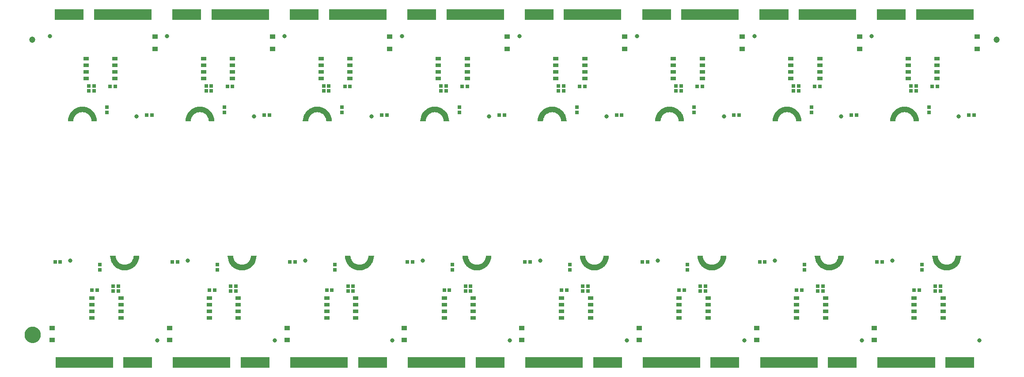
<source format=gbs>
G04 EAGLE Gerber RS-274X export*
G75*
%MOMM*%
%FSLAX34Y34*%
%LPD*%
%INSoldermask Bottom*%
%IPPOS*%
%AMOC8*
5,1,8,0,0,1.08239X$1,22.5*%
G01*
%ADD10R,0.803200X0.803200*%
%ADD11C,0.838200*%
%ADD12R,0.553200X2.153200*%
%ADD13C,0.555600*%
%ADD14R,1.053200X0.703200*%
%ADD15R,1.033200X0.833200*%
%ADD16C,1.203200*%
%ADD17C,1.270000*%
%ADD18C,1.703200*%

G36*
X1729983Y192531D02*
X1729983Y192531D01*
X1729993Y192535D01*
X1730019Y192536D01*
X1733853Y193370D01*
X1733861Y193375D01*
X1733887Y193380D01*
X1737563Y194752D01*
X1737571Y194757D01*
X1737595Y194766D01*
X1741039Y196647D01*
X1741046Y196654D01*
X1741069Y196666D01*
X1744210Y199017D01*
X1744216Y199025D01*
X1744237Y199041D01*
X1747011Y201815D01*
X1747016Y201824D01*
X1747035Y201842D01*
X1749386Y204983D01*
X1749389Y204992D01*
X1749405Y205013D01*
X1751286Y208457D01*
X1751288Y208466D01*
X1751300Y208489D01*
X1752672Y212165D01*
X1752672Y212175D01*
X1752682Y212199D01*
X1753516Y216033D01*
X1753515Y216043D01*
X1753521Y216069D01*
X1753801Y219982D01*
X1753795Y220008D01*
X1753799Y220033D01*
X1753781Y220075D01*
X1753771Y220119D01*
X1753753Y220137D01*
X1753742Y220161D01*
X1753704Y220186D01*
X1753673Y220218D01*
X1753647Y220224D01*
X1753626Y220238D01*
X1753552Y220249D01*
X1743552Y220249D01*
X1743545Y220247D01*
X1743538Y220249D01*
X1743479Y220228D01*
X1743418Y220210D01*
X1743413Y220205D01*
X1743406Y220202D01*
X1743368Y220152D01*
X1743326Y220105D01*
X1743325Y220098D01*
X1743320Y220092D01*
X1743304Y220020D01*
X1743090Y217302D01*
X1742458Y214669D01*
X1741422Y212169D01*
X1740008Y209861D01*
X1738250Y207802D01*
X1736191Y206044D01*
X1733883Y204630D01*
X1731383Y203594D01*
X1728750Y202962D01*
X1726052Y202750D01*
X1723354Y202962D01*
X1720721Y203594D01*
X1718221Y204630D01*
X1715913Y206044D01*
X1713854Y207802D01*
X1713801Y207865D01*
X1713375Y208364D01*
X1713162Y208613D01*
X1712949Y208862D01*
X1712736Y209112D01*
X1712311Y209610D01*
X1712310Y209610D01*
X1712098Y209859D01*
X1712096Y209861D01*
X1710682Y212169D01*
X1709646Y214669D01*
X1709014Y217302D01*
X1708800Y220020D01*
X1708798Y220026D01*
X1708799Y220033D01*
X1708773Y220091D01*
X1708751Y220150D01*
X1708745Y220155D01*
X1708742Y220161D01*
X1708689Y220196D01*
X1708639Y220234D01*
X1708632Y220234D01*
X1708626Y220238D01*
X1708552Y220249D01*
X1698552Y220249D01*
X1698527Y220242D01*
X1698501Y220244D01*
X1698461Y220223D01*
X1698418Y220210D01*
X1698401Y220190D01*
X1698378Y220178D01*
X1698356Y220139D01*
X1698326Y220105D01*
X1698322Y220079D01*
X1698309Y220056D01*
X1698303Y219982D01*
X1698583Y216069D01*
X1698587Y216059D01*
X1698588Y216033D01*
X1699422Y212199D01*
X1699427Y212191D01*
X1699432Y212165D01*
X1700804Y208489D01*
X1700809Y208481D01*
X1700818Y208457D01*
X1702699Y205013D01*
X1702706Y205006D01*
X1702718Y204983D01*
X1705069Y201842D01*
X1705077Y201836D01*
X1705093Y201815D01*
X1707867Y199041D01*
X1707876Y199036D01*
X1707894Y199017D01*
X1711035Y196666D01*
X1711044Y196663D01*
X1711065Y196647D01*
X1714509Y194766D01*
X1714518Y194764D01*
X1714541Y194752D01*
X1718217Y193380D01*
X1718227Y193380D01*
X1718251Y193370D01*
X1722085Y192536D01*
X1722095Y192537D01*
X1722121Y192531D01*
X1726034Y192251D01*
X1726044Y192253D01*
X1726070Y192251D01*
X1729983Y192531D01*
G37*
G36*
X1054750Y192531D02*
X1054750Y192531D01*
X1054759Y192535D01*
X1054785Y192536D01*
X1058619Y193370D01*
X1058628Y193375D01*
X1058653Y193380D01*
X1062329Y194752D01*
X1062337Y194757D01*
X1062362Y194766D01*
X1065805Y196647D01*
X1065812Y196654D01*
X1065835Y196666D01*
X1068976Y199017D01*
X1068982Y199025D01*
X1069003Y199041D01*
X1071778Y201815D01*
X1071782Y201824D01*
X1071801Y201842D01*
X1074152Y204983D01*
X1074156Y204992D01*
X1074172Y205013D01*
X1076052Y208457D01*
X1076054Y208466D01*
X1076067Y208489D01*
X1077438Y212165D01*
X1077439Y212175D01*
X1077448Y212199D01*
X1078282Y216033D01*
X1078281Y216043D01*
X1078287Y216069D01*
X1078567Y219982D01*
X1078562Y220008D01*
X1078565Y220033D01*
X1078547Y220075D01*
X1078538Y220119D01*
X1078519Y220137D01*
X1078509Y220161D01*
X1078471Y220186D01*
X1078439Y220218D01*
X1078414Y220224D01*
X1078392Y220238D01*
X1078318Y220249D01*
X1068318Y220249D01*
X1068311Y220247D01*
X1068304Y220249D01*
X1068245Y220228D01*
X1068184Y220210D01*
X1068179Y220205D01*
X1068173Y220202D01*
X1068134Y220152D01*
X1068092Y220105D01*
X1068091Y220098D01*
X1068087Y220092D01*
X1068070Y220020D01*
X1067856Y217302D01*
X1067224Y214669D01*
X1066188Y212169D01*
X1064774Y209861D01*
X1063016Y207802D01*
X1060958Y206044D01*
X1058650Y204630D01*
X1056149Y203594D01*
X1053517Y202962D01*
X1050818Y202750D01*
X1048120Y202962D01*
X1045488Y203594D01*
X1042987Y204630D01*
X1040679Y206044D01*
X1038621Y207802D01*
X1038567Y207865D01*
X1038141Y208364D01*
X1037928Y208613D01*
X1037716Y208862D01*
X1037715Y208862D01*
X1037503Y209112D01*
X1037077Y209610D01*
X1036864Y209859D01*
X1036863Y209861D01*
X1035449Y212169D01*
X1034413Y214669D01*
X1033781Y217302D01*
X1033567Y220020D01*
X1033564Y220026D01*
X1033565Y220033D01*
X1033540Y220091D01*
X1033517Y220150D01*
X1033512Y220155D01*
X1033509Y220161D01*
X1033456Y220196D01*
X1033405Y220234D01*
X1033398Y220234D01*
X1033392Y220238D01*
X1033318Y220249D01*
X1023318Y220249D01*
X1023293Y220242D01*
X1023267Y220244D01*
X1023228Y220223D01*
X1023184Y220210D01*
X1023167Y220190D01*
X1023144Y220178D01*
X1023122Y220139D01*
X1023092Y220105D01*
X1023088Y220079D01*
X1023076Y220056D01*
X1023070Y219982D01*
X1023350Y216069D01*
X1023353Y216059D01*
X1023355Y216033D01*
X1024189Y212199D01*
X1024193Y212191D01*
X1024199Y212165D01*
X1025570Y208489D01*
X1025576Y208481D01*
X1025585Y208457D01*
X1027465Y205013D01*
X1027472Y205006D01*
X1027484Y204983D01*
X1029836Y201842D01*
X1029844Y201836D01*
X1029859Y201815D01*
X1032634Y199041D01*
X1032642Y199036D01*
X1032660Y199017D01*
X1035801Y196666D01*
X1035811Y196663D01*
X1035831Y196647D01*
X1039275Y194766D01*
X1039284Y194764D01*
X1039307Y194752D01*
X1042984Y193380D01*
X1042993Y193380D01*
X1043018Y193370D01*
X1046852Y192536D01*
X1046861Y192537D01*
X1046887Y192531D01*
X1050801Y192251D01*
X1050810Y192253D01*
X1050836Y192251D01*
X1054750Y192531D01*
G37*
G36*
X829655Y192531D02*
X829655Y192531D01*
X829664Y192535D01*
X829690Y192536D01*
X833524Y193370D01*
X833533Y193375D01*
X833558Y193380D01*
X837235Y194752D01*
X837242Y194757D01*
X837267Y194766D01*
X840711Y196647D01*
X840717Y196654D01*
X840741Y196666D01*
X843882Y199017D01*
X843887Y199025D01*
X843909Y199041D01*
X846683Y201815D01*
X846688Y201824D01*
X846706Y201842D01*
X849058Y204983D01*
X849061Y204992D01*
X849077Y205013D01*
X850957Y208457D01*
X850959Y208466D01*
X850972Y208489D01*
X852343Y212165D01*
X852344Y212175D01*
X852353Y212199D01*
X853187Y216033D01*
X853187Y216043D01*
X853192Y216069D01*
X853472Y219982D01*
X853467Y220008D01*
X853471Y220033D01*
X853452Y220075D01*
X853443Y220119D01*
X853424Y220137D01*
X853414Y220161D01*
X853376Y220186D01*
X853344Y220218D01*
X853319Y220224D01*
X853297Y220238D01*
X853224Y220249D01*
X843224Y220249D01*
X843217Y220247D01*
X843210Y220249D01*
X843150Y220228D01*
X843089Y220210D01*
X843085Y220205D01*
X843078Y220202D01*
X843039Y220152D01*
X842997Y220105D01*
X842996Y220098D01*
X842992Y220092D01*
X842975Y220020D01*
X842761Y217302D01*
X842129Y214669D01*
X841093Y212169D01*
X839679Y209861D01*
X837921Y207802D01*
X835863Y206044D01*
X833555Y204630D01*
X831054Y203594D01*
X828422Y202962D01*
X825724Y202750D01*
X823025Y202962D01*
X820393Y203594D01*
X817892Y204630D01*
X815584Y206044D01*
X813526Y207802D01*
X813472Y207865D01*
X813047Y208364D01*
X813046Y208364D01*
X812834Y208613D01*
X812621Y208862D01*
X812408Y209112D01*
X811982Y209610D01*
X811769Y209859D01*
X811768Y209861D01*
X810354Y212169D01*
X809318Y214669D01*
X808686Y217302D01*
X808472Y220020D01*
X808470Y220026D01*
X808471Y220033D01*
X808445Y220091D01*
X808422Y220150D01*
X808417Y220155D01*
X808414Y220161D01*
X808361Y220196D01*
X808310Y220234D01*
X808303Y220234D01*
X808297Y220238D01*
X808224Y220249D01*
X798224Y220249D01*
X798199Y220242D01*
X798173Y220244D01*
X798133Y220223D01*
X798089Y220210D01*
X798072Y220190D01*
X798049Y220178D01*
X798027Y220139D01*
X797997Y220105D01*
X797994Y220079D01*
X797981Y220056D01*
X797975Y219982D01*
X798255Y216069D01*
X798258Y216059D01*
X798260Y216033D01*
X799094Y212199D01*
X799099Y212191D01*
X799104Y212165D01*
X800475Y208489D01*
X800481Y208481D01*
X800490Y208457D01*
X802370Y205013D01*
X802377Y205006D01*
X802390Y204983D01*
X804741Y201842D01*
X804749Y201836D01*
X804764Y201815D01*
X807539Y199041D01*
X807547Y199036D01*
X807566Y199017D01*
X810707Y196666D01*
X810716Y196663D01*
X810737Y196647D01*
X814180Y194766D01*
X814190Y194764D01*
X814213Y194752D01*
X817889Y193380D01*
X817899Y193380D01*
X817923Y193370D01*
X821757Y192536D01*
X821767Y192537D01*
X821792Y192531D01*
X825706Y192251D01*
X825715Y192253D01*
X825741Y192251D01*
X829655Y192531D01*
G37*
G36*
X1279819Y192531D02*
X1279819Y192531D01*
X1279828Y192535D01*
X1279854Y192536D01*
X1283688Y193370D01*
X1283697Y193375D01*
X1283723Y193380D01*
X1287399Y194752D01*
X1287407Y194757D01*
X1287431Y194766D01*
X1290875Y196647D01*
X1290882Y196654D01*
X1290905Y196666D01*
X1294046Y199017D01*
X1294052Y199025D01*
X1294073Y199041D01*
X1296847Y201815D01*
X1296852Y201824D01*
X1296870Y201842D01*
X1299222Y204983D01*
X1299225Y204992D01*
X1299241Y205013D01*
X1301121Y208457D01*
X1301124Y208466D01*
X1301136Y208489D01*
X1302507Y212165D01*
X1302508Y212175D01*
X1302517Y212199D01*
X1303351Y216033D01*
X1303351Y216043D01*
X1303357Y216069D01*
X1303636Y219982D01*
X1303631Y220008D01*
X1303635Y220033D01*
X1303616Y220075D01*
X1303607Y220119D01*
X1303589Y220137D01*
X1303578Y220161D01*
X1303540Y220186D01*
X1303508Y220218D01*
X1303483Y220224D01*
X1303461Y220238D01*
X1303388Y220249D01*
X1293388Y220249D01*
X1293381Y220247D01*
X1293374Y220249D01*
X1293315Y220228D01*
X1293254Y220210D01*
X1293249Y220205D01*
X1293242Y220202D01*
X1293203Y220152D01*
X1293162Y220105D01*
X1293161Y220098D01*
X1293156Y220092D01*
X1293139Y220020D01*
X1292925Y217302D01*
X1292294Y214669D01*
X1291258Y212169D01*
X1289843Y209861D01*
X1288085Y207802D01*
X1286027Y206044D01*
X1283719Y204630D01*
X1281218Y203594D01*
X1278586Y202962D01*
X1275888Y202750D01*
X1273189Y202962D01*
X1270557Y203594D01*
X1268056Y204630D01*
X1265749Y206044D01*
X1263690Y207802D01*
X1263637Y207865D01*
X1263636Y207865D01*
X1263211Y208364D01*
X1262998Y208613D01*
X1262785Y208862D01*
X1262572Y209112D01*
X1262146Y209610D01*
X1261933Y209859D01*
X1261932Y209861D01*
X1260518Y212169D01*
X1259482Y214669D01*
X1258850Y217302D01*
X1258636Y220020D01*
X1258634Y220026D01*
X1258635Y220033D01*
X1258609Y220091D01*
X1258587Y220150D01*
X1258581Y220155D01*
X1258578Y220161D01*
X1258525Y220196D01*
X1258475Y220234D01*
X1258467Y220234D01*
X1258461Y220238D01*
X1258388Y220249D01*
X1248388Y220249D01*
X1248363Y220242D01*
X1248337Y220244D01*
X1248297Y220223D01*
X1248254Y220210D01*
X1248236Y220190D01*
X1248214Y220178D01*
X1248191Y220139D01*
X1248162Y220105D01*
X1248158Y220079D01*
X1248145Y220056D01*
X1248139Y219982D01*
X1248419Y216069D01*
X1248422Y216059D01*
X1248424Y216033D01*
X1249258Y212199D01*
X1249263Y212191D01*
X1249268Y212165D01*
X1250639Y208489D01*
X1250645Y208481D01*
X1250654Y208457D01*
X1252535Y205013D01*
X1252541Y205006D01*
X1252554Y204983D01*
X1254905Y201842D01*
X1254913Y201836D01*
X1254928Y201815D01*
X1257703Y199041D01*
X1257711Y199036D01*
X1257730Y199017D01*
X1260871Y196666D01*
X1260880Y196663D01*
X1260901Y196647D01*
X1264344Y194766D01*
X1264354Y194764D01*
X1264377Y194752D01*
X1268053Y193380D01*
X1268063Y193380D01*
X1268087Y193370D01*
X1271921Y192536D01*
X1271931Y192537D01*
X1271956Y192531D01*
X1275870Y192251D01*
X1275880Y192253D01*
X1275906Y192251D01*
X1279819Y192531D01*
G37*
G36*
X1504914Y192531D02*
X1504914Y192531D01*
X1504923Y192535D01*
X1504949Y192536D01*
X1508783Y193370D01*
X1508792Y193375D01*
X1508817Y193380D01*
X1512494Y194752D01*
X1512501Y194757D01*
X1512526Y194766D01*
X1515970Y196647D01*
X1515976Y196654D01*
X1516000Y196666D01*
X1519141Y199017D01*
X1519146Y199025D01*
X1519168Y199041D01*
X1521942Y201815D01*
X1521947Y201824D01*
X1521965Y201842D01*
X1524317Y204983D01*
X1524320Y204992D01*
X1524336Y205013D01*
X1526216Y208457D01*
X1526218Y208466D01*
X1526231Y208489D01*
X1527602Y212165D01*
X1527603Y212175D01*
X1527612Y212199D01*
X1528446Y216033D01*
X1528446Y216043D01*
X1528451Y216069D01*
X1528731Y219982D01*
X1528726Y220008D01*
X1528730Y220033D01*
X1528711Y220075D01*
X1528702Y220119D01*
X1528683Y220137D01*
X1528673Y220161D01*
X1528635Y220186D01*
X1528603Y220218D01*
X1528578Y220224D01*
X1528556Y220238D01*
X1528483Y220249D01*
X1518483Y220249D01*
X1518476Y220247D01*
X1518469Y220249D01*
X1518409Y220228D01*
X1518348Y220210D01*
X1518344Y220205D01*
X1518337Y220202D01*
X1518298Y220152D01*
X1518256Y220105D01*
X1518255Y220098D01*
X1518251Y220092D01*
X1518234Y220020D01*
X1518020Y217302D01*
X1517388Y214669D01*
X1516352Y212169D01*
X1514938Y209861D01*
X1513180Y207802D01*
X1511122Y206044D01*
X1508814Y204630D01*
X1506313Y203594D01*
X1503681Y202962D01*
X1500983Y202750D01*
X1498284Y202962D01*
X1495652Y203594D01*
X1493151Y204630D01*
X1490843Y206044D01*
X1488785Y207802D01*
X1488731Y207865D01*
X1488306Y208364D01*
X1488305Y208364D01*
X1488093Y208613D01*
X1487880Y208862D01*
X1487667Y209112D01*
X1487241Y209610D01*
X1487028Y209859D01*
X1487027Y209861D01*
X1485613Y212169D01*
X1484577Y214669D01*
X1483945Y217302D01*
X1483731Y220020D01*
X1483729Y220026D01*
X1483730Y220033D01*
X1483704Y220091D01*
X1483681Y220150D01*
X1483676Y220155D01*
X1483673Y220161D01*
X1483620Y220196D01*
X1483569Y220234D01*
X1483562Y220234D01*
X1483556Y220238D01*
X1483483Y220249D01*
X1473483Y220249D01*
X1473458Y220242D01*
X1473432Y220244D01*
X1473392Y220223D01*
X1473348Y220210D01*
X1473331Y220190D01*
X1473308Y220178D01*
X1473286Y220139D01*
X1473256Y220105D01*
X1473253Y220079D01*
X1473240Y220056D01*
X1473234Y219982D01*
X1473514Y216069D01*
X1473517Y216059D01*
X1473519Y216033D01*
X1474353Y212199D01*
X1474358Y212191D01*
X1474363Y212165D01*
X1475734Y208489D01*
X1475740Y208481D01*
X1475749Y208457D01*
X1477629Y205013D01*
X1477636Y205006D01*
X1477649Y204983D01*
X1480000Y201842D01*
X1480008Y201836D01*
X1480023Y201815D01*
X1482798Y199041D01*
X1482806Y199036D01*
X1482825Y199017D01*
X1485966Y196666D01*
X1485975Y196663D01*
X1485996Y196647D01*
X1489439Y194766D01*
X1489449Y194764D01*
X1489472Y194752D01*
X1493148Y193380D01*
X1493158Y193380D01*
X1493182Y193370D01*
X1497016Y192536D01*
X1497026Y192537D01*
X1497051Y192531D01*
X1500965Y192251D01*
X1500974Y192253D01*
X1501000Y192251D01*
X1504914Y192531D01*
G37*
G36*
X604586Y192531D02*
X604586Y192531D01*
X604595Y192535D01*
X604621Y192536D01*
X608455Y193370D01*
X608463Y193375D01*
X608489Y193380D01*
X612165Y194752D01*
X612173Y194757D01*
X612198Y194766D01*
X615641Y196647D01*
X615648Y196654D01*
X615671Y196666D01*
X618812Y199017D01*
X618818Y199025D01*
X618839Y199041D01*
X621614Y201815D01*
X621618Y201824D01*
X621637Y201842D01*
X623988Y204983D01*
X623992Y204992D01*
X624007Y205013D01*
X625888Y208457D01*
X625890Y208466D01*
X625903Y208489D01*
X627274Y212165D01*
X627274Y212175D01*
X627284Y212199D01*
X628118Y216033D01*
X628117Y216043D01*
X628123Y216069D01*
X628403Y219982D01*
X628397Y220008D01*
X628401Y220033D01*
X628383Y220075D01*
X628373Y220119D01*
X628355Y220137D01*
X628344Y220161D01*
X628307Y220186D01*
X628275Y220218D01*
X628249Y220224D01*
X628228Y220238D01*
X628154Y220249D01*
X618154Y220249D01*
X618147Y220247D01*
X618140Y220249D01*
X618081Y220228D01*
X618020Y220210D01*
X618015Y220205D01*
X618008Y220202D01*
X617970Y220152D01*
X617928Y220105D01*
X617927Y220098D01*
X617923Y220092D01*
X617906Y220020D01*
X617692Y217302D01*
X617060Y214669D01*
X616024Y212169D01*
X614610Y209861D01*
X612852Y207802D01*
X610794Y206044D01*
X608486Y204630D01*
X605985Y203594D01*
X603353Y202962D01*
X600654Y202750D01*
X597956Y202962D01*
X595324Y203594D01*
X592823Y204630D01*
X590515Y206044D01*
X588457Y207802D01*
X588403Y207865D01*
X587977Y208364D01*
X587764Y208613D01*
X587551Y208862D01*
X587338Y209112D01*
X586913Y209610D01*
X586700Y209859D01*
X586699Y209861D01*
X585284Y212169D01*
X584249Y214669D01*
X583617Y217302D01*
X583403Y220020D01*
X583400Y220026D01*
X583401Y220033D01*
X583375Y220091D01*
X583353Y220150D01*
X583347Y220155D01*
X583344Y220161D01*
X583292Y220196D01*
X583241Y220234D01*
X583234Y220234D01*
X583228Y220238D01*
X583154Y220249D01*
X573154Y220249D01*
X573129Y220242D01*
X573103Y220244D01*
X573063Y220223D01*
X573020Y220210D01*
X573003Y220190D01*
X572980Y220178D01*
X572958Y220139D01*
X572928Y220105D01*
X572924Y220079D01*
X572911Y220056D01*
X572906Y219982D01*
X573185Y216069D01*
X573189Y216059D01*
X573191Y216033D01*
X574025Y212199D01*
X574029Y212191D01*
X574035Y212165D01*
X575406Y208489D01*
X575412Y208481D01*
X575421Y208457D01*
X577301Y205013D01*
X577308Y205006D01*
X577320Y204983D01*
X579672Y201842D01*
X579679Y201836D01*
X579695Y201815D01*
X582469Y199041D01*
X582478Y199036D01*
X582496Y199017D01*
X585637Y196666D01*
X585646Y196663D01*
X585667Y196647D01*
X589111Y194766D01*
X589120Y194764D01*
X589143Y194752D01*
X592819Y193380D01*
X592829Y193380D01*
X592854Y193370D01*
X596688Y192536D01*
X596697Y192537D01*
X596723Y192531D01*
X600636Y192251D01*
X600646Y192253D01*
X600672Y192251D01*
X604586Y192531D01*
G37*
G36*
X379491Y192531D02*
X379491Y192531D01*
X379500Y192535D01*
X379526Y192536D01*
X383360Y193370D01*
X383369Y193375D01*
X383394Y193380D01*
X387070Y194752D01*
X387078Y194757D01*
X387103Y194766D01*
X390546Y196647D01*
X390553Y196654D01*
X390576Y196666D01*
X393717Y199017D01*
X393723Y199025D01*
X393744Y199041D01*
X396519Y201815D01*
X396523Y201824D01*
X396542Y201842D01*
X398893Y204983D01*
X398897Y204992D01*
X398913Y205013D01*
X400793Y208457D01*
X400795Y208466D01*
X400808Y208489D01*
X402179Y212165D01*
X402180Y212175D01*
X402189Y212199D01*
X403023Y216033D01*
X403022Y216043D01*
X403028Y216069D01*
X403308Y219982D01*
X403303Y220008D01*
X403306Y220033D01*
X403288Y220075D01*
X403279Y220119D01*
X403260Y220137D01*
X403250Y220161D01*
X403212Y220186D01*
X403180Y220218D01*
X403155Y220224D01*
X403133Y220238D01*
X403059Y220249D01*
X393059Y220249D01*
X393052Y220247D01*
X393045Y220249D01*
X392986Y220228D01*
X392925Y220210D01*
X392920Y220205D01*
X392914Y220202D01*
X392875Y220152D01*
X392833Y220105D01*
X392832Y220098D01*
X392828Y220092D01*
X392811Y220020D01*
X392597Y217302D01*
X391965Y214669D01*
X390929Y212169D01*
X389515Y209861D01*
X387757Y207802D01*
X385699Y206044D01*
X383391Y204630D01*
X380890Y203594D01*
X378258Y202962D01*
X375559Y202750D01*
X372861Y202962D01*
X370229Y203594D01*
X367728Y204630D01*
X365420Y206044D01*
X363362Y207802D01*
X363308Y207865D01*
X362882Y208364D01*
X362669Y208613D01*
X362457Y208862D01*
X362456Y208862D01*
X362244Y209112D01*
X361818Y209610D01*
X361605Y209859D01*
X361604Y209861D01*
X360190Y212169D01*
X359154Y214669D01*
X358522Y217302D01*
X358308Y220020D01*
X358305Y220026D01*
X358306Y220033D01*
X358281Y220091D01*
X358258Y220150D01*
X358253Y220155D01*
X358250Y220161D01*
X358197Y220196D01*
X358146Y220234D01*
X358139Y220234D01*
X358133Y220238D01*
X358059Y220249D01*
X348059Y220249D01*
X348034Y220242D01*
X348008Y220244D01*
X347969Y220223D01*
X347925Y220210D01*
X347908Y220190D01*
X347885Y220178D01*
X347863Y220139D01*
X347833Y220105D01*
X347829Y220079D01*
X347817Y220056D01*
X347811Y219982D01*
X348091Y216069D01*
X348094Y216059D01*
X348096Y216033D01*
X348930Y212199D01*
X348934Y212191D01*
X348940Y212165D01*
X350311Y208489D01*
X350317Y208481D01*
X350326Y208457D01*
X352206Y205013D01*
X352213Y205006D01*
X352225Y204983D01*
X354577Y201842D01*
X354585Y201836D01*
X354600Y201815D01*
X357375Y199041D01*
X357383Y199036D01*
X357401Y199017D01*
X360542Y196666D01*
X360552Y196663D01*
X360572Y196647D01*
X364016Y194766D01*
X364025Y194764D01*
X364048Y194752D01*
X367725Y193380D01*
X367734Y193380D01*
X367759Y193370D01*
X371593Y192536D01*
X371602Y192537D01*
X371628Y192531D01*
X375542Y192251D01*
X375551Y192253D01*
X375577Y192251D01*
X379491Y192531D01*
G37*
G36*
X154421Y192531D02*
X154421Y192531D01*
X154431Y192535D01*
X154457Y192536D01*
X158291Y193370D01*
X158299Y193375D01*
X158325Y193380D01*
X162001Y194752D01*
X162009Y194757D01*
X162033Y194766D01*
X165477Y196647D01*
X165484Y196654D01*
X165507Y196666D01*
X168648Y199017D01*
X168654Y199025D01*
X168675Y199041D01*
X171449Y201815D01*
X171454Y201824D01*
X171473Y201842D01*
X173824Y204983D01*
X173827Y204992D01*
X173843Y205013D01*
X175724Y208457D01*
X175726Y208466D01*
X175738Y208489D01*
X177110Y212165D01*
X177110Y212175D01*
X177120Y212199D01*
X177954Y216033D01*
X177953Y216043D01*
X177959Y216069D01*
X178239Y219982D01*
X178233Y220008D01*
X178237Y220033D01*
X178219Y220075D01*
X178209Y220119D01*
X178191Y220137D01*
X178180Y220161D01*
X178142Y220186D01*
X178111Y220218D01*
X178085Y220224D01*
X178064Y220238D01*
X177990Y220249D01*
X167990Y220249D01*
X167983Y220247D01*
X167976Y220249D01*
X167917Y220228D01*
X167856Y220210D01*
X167851Y220205D01*
X167844Y220202D01*
X167806Y220152D01*
X167764Y220105D01*
X167763Y220098D01*
X167758Y220092D01*
X167742Y220020D01*
X167528Y217302D01*
X166896Y214669D01*
X165860Y212169D01*
X164446Y209861D01*
X162688Y207802D01*
X160629Y206044D01*
X158321Y204630D01*
X155821Y203594D01*
X153188Y202962D01*
X150490Y202750D01*
X147792Y202962D01*
X145159Y203594D01*
X142659Y204630D01*
X140351Y206044D01*
X138292Y207802D01*
X138239Y207865D01*
X137813Y208364D01*
X137600Y208613D01*
X137387Y208862D01*
X137174Y209112D01*
X136749Y209610D01*
X136748Y209610D01*
X136536Y209859D01*
X136534Y209861D01*
X135120Y212169D01*
X134084Y214669D01*
X133452Y217302D01*
X133238Y220020D01*
X133236Y220026D01*
X133237Y220033D01*
X133211Y220091D01*
X133189Y220150D01*
X133183Y220155D01*
X133180Y220161D01*
X133127Y220196D01*
X133077Y220234D01*
X133070Y220234D01*
X133064Y220238D01*
X132990Y220249D01*
X122990Y220249D01*
X122965Y220242D01*
X122939Y220244D01*
X122899Y220223D01*
X122856Y220210D01*
X122839Y220190D01*
X122816Y220178D01*
X122794Y220139D01*
X122764Y220105D01*
X122760Y220079D01*
X122747Y220056D01*
X122741Y219982D01*
X123021Y216069D01*
X123025Y216059D01*
X123026Y216033D01*
X123860Y212199D01*
X123865Y212191D01*
X123870Y212165D01*
X125242Y208489D01*
X125247Y208481D01*
X125256Y208457D01*
X127137Y205013D01*
X127144Y205006D01*
X127156Y204983D01*
X129507Y201842D01*
X129515Y201836D01*
X129531Y201815D01*
X132305Y199041D01*
X132314Y199036D01*
X132332Y199017D01*
X135473Y196666D01*
X135482Y196663D01*
X135503Y196647D01*
X138947Y194766D01*
X138956Y194764D01*
X138979Y194752D01*
X142655Y193380D01*
X142665Y193380D01*
X142689Y193370D01*
X146523Y192536D01*
X146533Y192537D01*
X146559Y192531D01*
X150472Y192251D01*
X150482Y192253D01*
X150508Y192251D01*
X154421Y192531D01*
G37*
G36*
X52006Y478253D02*
X52006Y478253D01*
X52013Y478251D01*
X52073Y478272D01*
X52134Y478290D01*
X52138Y478295D01*
X52145Y478298D01*
X52184Y478348D01*
X52226Y478395D01*
X52227Y478402D01*
X52231Y478408D01*
X52248Y478480D01*
X52462Y481198D01*
X53094Y483831D01*
X54130Y486331D01*
X55544Y488639D01*
X57302Y490698D01*
X59360Y492456D01*
X61668Y493870D01*
X64169Y494906D01*
X66801Y495538D01*
X69499Y495750D01*
X72198Y495538D01*
X74830Y494906D01*
X77331Y493870D01*
X79639Y492456D01*
X81697Y490698D01*
X81821Y490552D01*
X82034Y490303D01*
X82460Y489804D01*
X82673Y489555D01*
X82886Y489306D01*
X83098Y489057D01*
X83099Y489057D01*
X83311Y488807D01*
X83455Y488639D01*
X84869Y486331D01*
X85905Y483831D01*
X86537Y481198D01*
X86751Y478480D01*
X86754Y478474D01*
X86752Y478467D01*
X86778Y478409D01*
X86801Y478350D01*
X86806Y478345D01*
X86809Y478339D01*
X86862Y478304D01*
X86913Y478266D01*
X86920Y478266D01*
X86926Y478262D01*
X86999Y478251D01*
X96999Y478251D01*
X97024Y478258D01*
X97050Y478256D01*
X97090Y478277D01*
X97134Y478290D01*
X97151Y478310D01*
X97174Y478322D01*
X97196Y478361D01*
X97226Y478395D01*
X97229Y478421D01*
X97242Y478444D01*
X97248Y478518D01*
X96968Y482431D01*
X96965Y482441D01*
X96963Y482467D01*
X96129Y486301D01*
X96124Y486309D01*
X96119Y486335D01*
X94748Y490011D01*
X94742Y490019D01*
X94733Y490043D01*
X92853Y493487D01*
X92846Y493494D01*
X92833Y493517D01*
X90482Y496658D01*
X90474Y496664D01*
X90459Y496685D01*
X87684Y499459D01*
X87676Y499464D01*
X87657Y499483D01*
X84516Y501834D01*
X84507Y501837D01*
X84486Y501853D01*
X81043Y503734D01*
X81033Y503736D01*
X81010Y503748D01*
X77334Y505120D01*
X77325Y505120D01*
X77300Y505130D01*
X73466Y505964D01*
X73456Y505963D01*
X73431Y505969D01*
X69517Y506249D01*
X69508Y506247D01*
X69482Y506249D01*
X65568Y505969D01*
X65559Y505965D01*
X65533Y505964D01*
X61699Y505130D01*
X61690Y505125D01*
X61665Y505120D01*
X57988Y503748D01*
X57981Y503743D01*
X57956Y503734D01*
X54512Y501853D01*
X54506Y501846D01*
X54482Y501834D01*
X51341Y499483D01*
X51336Y499475D01*
X51315Y499459D01*
X48540Y496685D01*
X48535Y496676D01*
X48517Y496658D01*
X46165Y493517D01*
X46162Y493508D01*
X46146Y493487D01*
X44266Y490043D01*
X44264Y490034D01*
X44251Y490011D01*
X42880Y486335D01*
X42879Y486325D01*
X42870Y486301D01*
X42036Y482467D01*
X42036Y482457D01*
X42031Y482431D01*
X41751Y478518D01*
X41756Y478492D01*
X41752Y478467D01*
X41771Y478425D01*
X41780Y478381D01*
X41799Y478363D01*
X41809Y478339D01*
X41847Y478314D01*
X41879Y478282D01*
X41904Y478276D01*
X41926Y478262D01*
X41999Y478251D01*
X51999Y478251D01*
X52006Y478253D01*
G37*
G36*
X952335Y478253D02*
X952335Y478253D01*
X952342Y478251D01*
X952401Y478272D01*
X952462Y478290D01*
X952467Y478295D01*
X952474Y478298D01*
X952512Y478348D01*
X952554Y478395D01*
X952555Y478402D01*
X952559Y478408D01*
X952576Y478480D01*
X952790Y481198D01*
X953422Y483831D01*
X954458Y486331D01*
X955872Y488639D01*
X957630Y490698D01*
X959689Y492456D01*
X961996Y493870D01*
X964497Y494906D01*
X967129Y495538D01*
X969828Y495750D01*
X972526Y495538D01*
X975158Y494906D01*
X977659Y493870D01*
X979967Y492456D01*
X982025Y490698D01*
X982150Y490552D01*
X982362Y490303D01*
X982363Y490303D01*
X982788Y489804D01*
X983001Y489555D01*
X983214Y489306D01*
X983427Y489057D01*
X983640Y488807D01*
X983783Y488639D01*
X985198Y486331D01*
X986234Y483831D01*
X986865Y481198D01*
X987079Y478480D01*
X987082Y478474D01*
X987081Y478467D01*
X987107Y478409D01*
X987129Y478350D01*
X987135Y478345D01*
X987138Y478339D01*
X987190Y478304D01*
X987241Y478266D01*
X987248Y478266D01*
X987254Y478262D01*
X987328Y478251D01*
X997328Y478251D01*
X997353Y478258D01*
X997379Y478256D01*
X997419Y478277D01*
X997462Y478290D01*
X997479Y478310D01*
X997502Y478322D01*
X997524Y478361D01*
X997554Y478395D01*
X997558Y478421D01*
X997571Y478444D01*
X997576Y478518D01*
X997297Y482431D01*
X997293Y482441D01*
X997291Y482467D01*
X996457Y486301D01*
X996453Y486309D01*
X996447Y486335D01*
X995076Y490011D01*
X995070Y490019D01*
X995061Y490043D01*
X993181Y493487D01*
X993174Y493494D01*
X993162Y493517D01*
X990810Y496658D01*
X990803Y496664D01*
X990787Y496685D01*
X988013Y499459D01*
X988004Y499464D01*
X987986Y499483D01*
X984845Y501834D01*
X984836Y501837D01*
X984815Y501853D01*
X981371Y503734D01*
X981362Y503736D01*
X981339Y503748D01*
X977663Y505120D01*
X977653Y505120D01*
X977628Y505130D01*
X973794Y505964D01*
X973785Y505963D01*
X973759Y505969D01*
X969846Y506249D01*
X969836Y506247D01*
X969810Y506249D01*
X965896Y505969D01*
X965887Y505965D01*
X965861Y505964D01*
X962027Y505130D01*
X962019Y505125D01*
X961993Y505120D01*
X958317Y503748D01*
X958309Y503743D01*
X958284Y503734D01*
X954841Y501853D01*
X954834Y501846D01*
X954811Y501834D01*
X951670Y499483D01*
X951664Y499475D01*
X951643Y499459D01*
X948868Y496685D01*
X948864Y496676D01*
X948845Y496658D01*
X946494Y493517D01*
X946490Y493508D01*
X946475Y493487D01*
X944594Y490043D01*
X944592Y490034D01*
X944579Y490011D01*
X943208Y486335D01*
X943208Y486325D01*
X943198Y486301D01*
X942364Y482467D01*
X942365Y482457D01*
X942359Y482431D01*
X942079Y478518D01*
X942085Y478492D01*
X942081Y478467D01*
X942099Y478425D01*
X942109Y478381D01*
X942127Y478363D01*
X942138Y478339D01*
X942175Y478314D01*
X942207Y478282D01*
X942233Y478276D01*
X942254Y478262D01*
X942328Y478251D01*
X952328Y478251D01*
X952335Y478253D01*
G37*
G36*
X1402499Y478253D02*
X1402499Y478253D01*
X1402506Y478251D01*
X1402565Y478272D01*
X1402626Y478290D01*
X1402631Y478295D01*
X1402638Y478298D01*
X1402677Y478348D01*
X1402718Y478395D01*
X1402719Y478402D01*
X1402724Y478408D01*
X1402740Y478480D01*
X1402954Y481198D01*
X1403586Y483831D01*
X1404622Y486331D01*
X1406036Y488639D01*
X1407794Y490698D01*
X1409853Y492456D01*
X1412161Y493870D01*
X1414661Y494906D01*
X1417294Y495538D01*
X1419992Y495750D01*
X1422690Y495538D01*
X1425323Y494906D01*
X1427823Y493870D01*
X1430131Y492456D01*
X1432190Y490698D01*
X1432314Y490552D01*
X1432527Y490303D01*
X1432952Y489804D01*
X1432953Y489804D01*
X1433165Y489555D01*
X1433378Y489306D01*
X1433591Y489057D01*
X1433804Y488807D01*
X1433948Y488639D01*
X1435362Y486331D01*
X1436398Y483831D01*
X1437030Y481198D01*
X1437244Y478480D01*
X1437246Y478474D01*
X1437245Y478467D01*
X1437271Y478409D01*
X1437293Y478350D01*
X1437299Y478345D01*
X1437302Y478339D01*
X1437355Y478304D01*
X1437405Y478266D01*
X1437413Y478266D01*
X1437419Y478262D01*
X1437492Y478251D01*
X1447492Y478251D01*
X1447517Y478258D01*
X1447543Y478256D01*
X1447583Y478277D01*
X1447626Y478290D01*
X1447643Y478310D01*
X1447666Y478322D01*
X1447688Y478361D01*
X1447718Y478395D01*
X1447722Y478421D01*
X1447735Y478444D01*
X1447741Y478518D01*
X1447461Y482431D01*
X1447457Y482441D01*
X1447456Y482467D01*
X1446622Y486301D01*
X1446617Y486309D01*
X1446612Y486335D01*
X1445240Y490011D01*
X1445235Y490019D01*
X1445226Y490043D01*
X1443345Y493487D01*
X1443338Y493494D01*
X1443326Y493517D01*
X1440975Y496658D01*
X1440967Y496664D01*
X1440951Y496685D01*
X1438177Y499459D01*
X1438168Y499464D01*
X1438150Y499483D01*
X1435009Y501834D01*
X1435000Y501837D01*
X1434979Y501853D01*
X1431535Y503734D01*
X1431526Y503736D01*
X1431503Y503748D01*
X1427827Y505120D01*
X1427817Y505120D01*
X1427793Y505130D01*
X1423959Y505964D01*
X1423949Y505963D01*
X1423923Y505969D01*
X1420010Y506249D01*
X1420000Y506247D01*
X1419974Y506249D01*
X1416061Y505969D01*
X1416051Y505965D01*
X1416025Y505964D01*
X1412191Y505130D01*
X1412183Y505125D01*
X1412157Y505120D01*
X1408481Y503748D01*
X1408473Y503743D01*
X1408449Y503734D01*
X1405005Y501853D01*
X1404998Y501846D01*
X1404975Y501834D01*
X1401834Y499483D01*
X1401828Y499475D01*
X1401807Y499459D01*
X1399033Y496685D01*
X1399028Y496676D01*
X1399009Y496658D01*
X1396658Y493517D01*
X1396655Y493508D01*
X1396639Y493487D01*
X1394758Y490043D01*
X1394756Y490034D01*
X1394744Y490011D01*
X1393372Y486335D01*
X1393372Y486325D01*
X1393362Y486301D01*
X1392528Y482467D01*
X1392529Y482457D01*
X1392523Y482431D01*
X1392243Y478518D01*
X1392249Y478492D01*
X1392245Y478467D01*
X1392263Y478425D01*
X1392273Y478381D01*
X1392291Y478363D01*
X1392302Y478339D01*
X1392340Y478314D01*
X1392371Y478282D01*
X1392397Y478276D01*
X1392419Y478262D01*
X1392492Y478251D01*
X1402492Y478251D01*
X1402499Y478253D01*
G37*
G36*
X502171Y478253D02*
X502171Y478253D01*
X502178Y478251D01*
X502237Y478272D01*
X502298Y478290D01*
X502303Y478295D01*
X502309Y478298D01*
X502348Y478348D01*
X502390Y478395D01*
X502391Y478402D01*
X502395Y478408D01*
X502412Y478480D01*
X502626Y481198D01*
X503258Y483831D01*
X504294Y486331D01*
X505708Y488639D01*
X507466Y490698D01*
X509524Y492456D01*
X511832Y493870D01*
X514333Y494906D01*
X516965Y495538D01*
X519664Y495750D01*
X522362Y495538D01*
X524994Y494906D01*
X527495Y493870D01*
X529803Y492456D01*
X531861Y490698D01*
X531985Y490552D01*
X532198Y490303D01*
X532624Y489804D01*
X532837Y489555D01*
X533050Y489306D01*
X533263Y489057D01*
X533476Y488807D01*
X533619Y488639D01*
X535033Y486331D01*
X536069Y483831D01*
X536701Y481198D01*
X536915Y478480D01*
X536918Y478474D01*
X536917Y478467D01*
X536942Y478409D01*
X536965Y478350D01*
X536971Y478345D01*
X536973Y478339D01*
X537026Y478304D01*
X537077Y478266D01*
X537084Y478266D01*
X537090Y478262D01*
X537164Y478251D01*
X547164Y478251D01*
X547189Y478258D01*
X547215Y478256D01*
X547254Y478277D01*
X547298Y478290D01*
X547315Y478310D01*
X547338Y478322D01*
X547360Y478361D01*
X547390Y478395D01*
X547394Y478421D01*
X547406Y478444D01*
X547412Y478518D01*
X547132Y482431D01*
X547129Y482441D01*
X547127Y482467D01*
X546293Y486301D01*
X546289Y486309D01*
X546283Y486335D01*
X544912Y490011D01*
X544906Y490019D01*
X544897Y490043D01*
X543017Y493487D01*
X543010Y493494D01*
X542998Y493517D01*
X540646Y496658D01*
X540639Y496664D01*
X540623Y496685D01*
X537849Y499459D01*
X537840Y499464D01*
X537822Y499483D01*
X534681Y501834D01*
X534672Y501837D01*
X534651Y501853D01*
X531207Y503734D01*
X531198Y503736D01*
X531175Y503748D01*
X527498Y505120D01*
X527489Y505120D01*
X527464Y505130D01*
X523630Y505964D01*
X523621Y505963D01*
X523595Y505969D01*
X519681Y506249D01*
X519672Y506247D01*
X519646Y506249D01*
X515732Y505969D01*
X515723Y505965D01*
X515697Y505964D01*
X511863Y505130D01*
X511854Y505125D01*
X511829Y505120D01*
X508153Y503748D01*
X508145Y503743D01*
X508120Y503734D01*
X504677Y501853D01*
X504670Y501846D01*
X504647Y501834D01*
X501506Y499483D01*
X501500Y499475D01*
X501479Y499459D01*
X498704Y496685D01*
X498700Y496676D01*
X498681Y496658D01*
X496330Y493517D01*
X496326Y493508D01*
X496310Y493487D01*
X494430Y490043D01*
X494428Y490034D01*
X494415Y490011D01*
X493044Y486335D01*
X493043Y486325D01*
X493034Y486301D01*
X492200Y482467D01*
X492201Y482457D01*
X492195Y482431D01*
X491915Y478518D01*
X491920Y478492D01*
X491917Y478467D01*
X491935Y478425D01*
X491945Y478381D01*
X491963Y478363D01*
X491973Y478339D01*
X492011Y478314D01*
X492043Y478282D01*
X492068Y478276D01*
X492090Y478262D01*
X492164Y478251D01*
X502164Y478251D01*
X502171Y478253D01*
G37*
G36*
X277101Y478253D02*
X277101Y478253D01*
X277108Y478251D01*
X277167Y478272D01*
X277228Y478290D01*
X277233Y478295D01*
X277240Y478298D01*
X277279Y478348D01*
X277320Y478395D01*
X277321Y478402D01*
X277326Y478408D01*
X277343Y478480D01*
X277557Y481198D01*
X278189Y483831D01*
X279224Y486331D01*
X280639Y488639D01*
X282397Y490698D01*
X284455Y492456D01*
X286763Y493870D01*
X289264Y494906D01*
X291896Y495538D01*
X294594Y495750D01*
X297293Y495538D01*
X299925Y494906D01*
X302426Y493870D01*
X304734Y492456D01*
X306792Y490698D01*
X306916Y490552D01*
X307129Y490303D01*
X307555Y489804D01*
X307768Y489555D01*
X307980Y489306D01*
X308193Y489057D01*
X308406Y488807D01*
X308550Y488639D01*
X309964Y486331D01*
X311000Y483831D01*
X311632Y481198D01*
X311846Y478480D01*
X311848Y478474D01*
X311847Y478467D01*
X311873Y478409D01*
X311895Y478350D01*
X311901Y478345D01*
X311904Y478339D01*
X311957Y478304D01*
X312007Y478266D01*
X312015Y478266D01*
X312021Y478262D01*
X312094Y478251D01*
X322094Y478251D01*
X322119Y478258D01*
X322145Y478256D01*
X322185Y478277D01*
X322228Y478290D01*
X322246Y478310D01*
X322268Y478322D01*
X322291Y478361D01*
X322320Y478395D01*
X322324Y478421D01*
X322337Y478444D01*
X322343Y478518D01*
X322063Y482431D01*
X322060Y482441D01*
X322058Y482467D01*
X321224Y486301D01*
X321219Y486309D01*
X321214Y486335D01*
X319843Y490011D01*
X319837Y490019D01*
X319828Y490043D01*
X317947Y493487D01*
X317941Y493494D01*
X317928Y493517D01*
X315577Y496658D01*
X315569Y496664D01*
X315554Y496685D01*
X312779Y499459D01*
X312771Y499464D01*
X312752Y499483D01*
X309611Y501834D01*
X309602Y501837D01*
X309581Y501853D01*
X306138Y503734D01*
X306128Y503736D01*
X306105Y503748D01*
X302429Y505120D01*
X302419Y505120D01*
X302395Y505130D01*
X298561Y505964D01*
X298551Y505963D01*
X298526Y505969D01*
X294612Y506249D01*
X294603Y506247D01*
X294576Y506249D01*
X290663Y505969D01*
X290654Y505965D01*
X290628Y505964D01*
X286794Y505130D01*
X286785Y505125D01*
X286759Y505120D01*
X283083Y503748D01*
X283075Y503743D01*
X283051Y503734D01*
X279607Y501853D01*
X279600Y501846D01*
X279577Y501834D01*
X276436Y499483D01*
X276430Y499475D01*
X276409Y499459D01*
X273635Y496685D01*
X273630Y496676D01*
X273612Y496658D01*
X271260Y493517D01*
X271257Y493508D01*
X271241Y493487D01*
X269361Y490043D01*
X269359Y490034D01*
X269346Y490011D01*
X267975Y486335D01*
X267974Y486325D01*
X267965Y486301D01*
X267131Y482467D01*
X267131Y482457D01*
X267125Y482431D01*
X266846Y478518D01*
X266851Y478492D01*
X266847Y478467D01*
X266866Y478425D01*
X266875Y478381D01*
X266893Y478363D01*
X266904Y478339D01*
X266942Y478314D01*
X266974Y478282D01*
X266999Y478276D01*
X267021Y478262D01*
X267094Y478251D01*
X277094Y478251D01*
X277101Y478253D01*
G37*
G36*
X1177430Y478253D02*
X1177430Y478253D01*
X1177437Y478251D01*
X1177496Y478272D01*
X1177557Y478290D01*
X1177562Y478295D01*
X1177568Y478298D01*
X1177607Y478348D01*
X1177649Y478395D01*
X1177650Y478402D01*
X1177654Y478408D01*
X1177671Y478480D01*
X1177885Y481198D01*
X1178517Y483831D01*
X1179553Y486331D01*
X1180967Y488639D01*
X1182725Y490698D01*
X1184783Y492456D01*
X1187091Y493870D01*
X1189592Y494906D01*
X1192224Y495538D01*
X1194923Y495750D01*
X1197621Y495538D01*
X1200253Y494906D01*
X1202754Y493870D01*
X1205062Y492456D01*
X1207120Y490698D01*
X1207244Y490552D01*
X1207457Y490303D01*
X1207883Y489804D01*
X1208096Y489555D01*
X1208309Y489306D01*
X1208522Y489057D01*
X1208735Y488807D01*
X1208878Y488639D01*
X1210292Y486331D01*
X1211328Y483831D01*
X1211960Y481198D01*
X1212174Y478480D01*
X1212177Y478474D01*
X1212176Y478467D01*
X1212201Y478409D01*
X1212224Y478350D01*
X1212230Y478345D01*
X1212232Y478339D01*
X1212285Y478304D01*
X1212336Y478266D01*
X1212343Y478266D01*
X1212349Y478262D01*
X1212423Y478251D01*
X1222423Y478251D01*
X1222448Y478258D01*
X1222474Y478256D01*
X1222513Y478277D01*
X1222557Y478290D01*
X1222574Y478310D01*
X1222597Y478322D01*
X1222619Y478361D01*
X1222649Y478395D01*
X1222653Y478421D01*
X1222665Y478444D01*
X1222671Y478518D01*
X1222391Y482431D01*
X1222388Y482441D01*
X1222386Y482467D01*
X1221552Y486301D01*
X1221548Y486309D01*
X1221542Y486335D01*
X1220171Y490011D01*
X1220165Y490019D01*
X1220156Y490043D01*
X1218276Y493487D01*
X1218269Y493494D01*
X1218257Y493517D01*
X1215905Y496658D01*
X1215898Y496664D01*
X1215882Y496685D01*
X1213108Y499459D01*
X1213099Y499464D01*
X1213081Y499483D01*
X1209940Y501834D01*
X1209931Y501837D01*
X1209910Y501853D01*
X1206466Y503734D01*
X1206457Y503736D01*
X1206434Y503748D01*
X1202757Y505120D01*
X1202748Y505120D01*
X1202723Y505130D01*
X1198889Y505964D01*
X1198880Y505963D01*
X1198854Y505969D01*
X1194940Y506249D01*
X1194931Y506247D01*
X1194905Y506249D01*
X1190991Y505969D01*
X1190982Y505965D01*
X1190956Y505964D01*
X1187122Y505130D01*
X1187113Y505125D01*
X1187088Y505120D01*
X1183412Y503748D01*
X1183404Y503743D01*
X1183379Y503734D01*
X1179936Y501853D01*
X1179929Y501846D01*
X1179906Y501834D01*
X1176765Y499483D01*
X1176759Y499475D01*
X1176738Y499459D01*
X1173963Y496685D01*
X1173959Y496676D01*
X1173940Y496658D01*
X1171589Y493517D01*
X1171585Y493508D01*
X1171569Y493487D01*
X1169689Y490043D01*
X1169687Y490034D01*
X1169674Y490011D01*
X1168303Y486335D01*
X1168302Y486325D01*
X1168293Y486301D01*
X1167459Y482467D01*
X1167460Y482457D01*
X1167454Y482431D01*
X1167174Y478518D01*
X1167179Y478492D01*
X1167176Y478467D01*
X1167194Y478425D01*
X1167204Y478381D01*
X1167222Y478363D01*
X1167232Y478339D01*
X1167270Y478314D01*
X1167302Y478282D01*
X1167327Y478276D01*
X1167349Y478262D01*
X1167423Y478251D01*
X1177423Y478251D01*
X1177430Y478253D01*
G37*
G36*
X727265Y478253D02*
X727265Y478253D01*
X727272Y478251D01*
X727332Y478272D01*
X727393Y478290D01*
X727397Y478295D01*
X727404Y478298D01*
X727443Y478348D01*
X727485Y478395D01*
X727486Y478402D01*
X727490Y478408D01*
X727507Y478480D01*
X727721Y481198D01*
X728353Y483831D01*
X729389Y486331D01*
X730803Y488639D01*
X732561Y490698D01*
X734619Y492456D01*
X736927Y493870D01*
X739428Y494906D01*
X742060Y495538D01*
X744758Y495750D01*
X747457Y495538D01*
X750089Y494906D01*
X752590Y493870D01*
X754898Y492456D01*
X756956Y490698D01*
X757080Y490552D01*
X757293Y490303D01*
X757719Y489804D01*
X757932Y489555D01*
X758145Y489306D01*
X758357Y489057D01*
X758358Y489057D01*
X758570Y488807D01*
X758714Y488639D01*
X760128Y486331D01*
X761164Y483831D01*
X761796Y481198D01*
X762010Y478480D01*
X762013Y478474D01*
X762011Y478467D01*
X762037Y478409D01*
X762060Y478350D01*
X762065Y478345D01*
X762068Y478339D01*
X762121Y478304D01*
X762172Y478266D01*
X762179Y478266D01*
X762185Y478262D01*
X762258Y478251D01*
X772258Y478251D01*
X772283Y478258D01*
X772309Y478256D01*
X772349Y478277D01*
X772393Y478290D01*
X772410Y478310D01*
X772433Y478322D01*
X772455Y478361D01*
X772485Y478395D01*
X772488Y478421D01*
X772501Y478444D01*
X772507Y478518D01*
X772227Y482431D01*
X772224Y482441D01*
X772222Y482467D01*
X771388Y486301D01*
X771383Y486309D01*
X771378Y486335D01*
X770007Y490011D01*
X770001Y490019D01*
X769992Y490043D01*
X768112Y493487D01*
X768105Y493494D01*
X768092Y493517D01*
X765741Y496658D01*
X765733Y496664D01*
X765718Y496685D01*
X762943Y499459D01*
X762935Y499464D01*
X762916Y499483D01*
X759775Y501834D01*
X759766Y501837D01*
X759745Y501853D01*
X756302Y503734D01*
X756292Y503736D01*
X756269Y503748D01*
X752593Y505120D01*
X752584Y505120D01*
X752559Y505130D01*
X748725Y505964D01*
X748715Y505963D01*
X748690Y505969D01*
X744776Y506249D01*
X744767Y506247D01*
X744741Y506249D01*
X740827Y505969D01*
X740818Y505965D01*
X740792Y505964D01*
X736958Y505130D01*
X736949Y505125D01*
X736924Y505120D01*
X733247Y503748D01*
X733240Y503743D01*
X733215Y503734D01*
X729771Y501853D01*
X729765Y501846D01*
X729741Y501834D01*
X726600Y499483D01*
X726595Y499475D01*
X726574Y499459D01*
X723799Y496685D01*
X723794Y496676D01*
X723776Y496658D01*
X721424Y493517D01*
X721421Y493508D01*
X721405Y493487D01*
X719525Y490043D01*
X719523Y490034D01*
X719510Y490011D01*
X718139Y486335D01*
X718138Y486325D01*
X718129Y486301D01*
X717295Y482467D01*
X717295Y482457D01*
X717290Y482431D01*
X717010Y478518D01*
X717015Y478492D01*
X717011Y478467D01*
X717030Y478425D01*
X717039Y478381D01*
X717058Y478363D01*
X717068Y478339D01*
X717106Y478314D01*
X717138Y478282D01*
X717163Y478276D01*
X717185Y478262D01*
X717258Y478251D01*
X727258Y478251D01*
X727265Y478253D01*
G37*
G36*
X1627568Y478253D02*
X1627568Y478253D01*
X1627575Y478251D01*
X1627635Y478272D01*
X1627696Y478290D01*
X1627700Y478295D01*
X1627707Y478298D01*
X1627746Y478348D01*
X1627788Y478395D01*
X1627789Y478402D01*
X1627793Y478408D01*
X1627810Y478480D01*
X1628024Y481198D01*
X1628656Y483831D01*
X1629692Y486331D01*
X1631106Y488639D01*
X1632864Y490698D01*
X1634922Y492456D01*
X1637230Y493870D01*
X1639731Y494906D01*
X1642363Y495538D01*
X1645061Y495750D01*
X1647760Y495538D01*
X1650392Y494906D01*
X1652893Y493870D01*
X1655201Y492456D01*
X1657259Y490698D01*
X1657383Y490552D01*
X1657596Y490303D01*
X1658022Y489804D01*
X1658235Y489555D01*
X1658448Y489306D01*
X1658660Y489057D01*
X1658661Y489057D01*
X1658873Y488807D01*
X1659017Y488639D01*
X1660431Y486331D01*
X1661467Y483831D01*
X1662099Y481198D01*
X1662313Y478480D01*
X1662316Y478474D01*
X1662314Y478467D01*
X1662340Y478409D01*
X1662363Y478350D01*
X1662368Y478345D01*
X1662371Y478339D01*
X1662424Y478304D01*
X1662475Y478266D01*
X1662482Y478266D01*
X1662488Y478262D01*
X1662561Y478251D01*
X1672561Y478251D01*
X1672586Y478258D01*
X1672612Y478256D01*
X1672652Y478277D01*
X1672696Y478290D01*
X1672713Y478310D01*
X1672736Y478322D01*
X1672758Y478361D01*
X1672788Y478395D01*
X1672791Y478421D01*
X1672804Y478444D01*
X1672810Y478518D01*
X1672530Y482431D01*
X1672527Y482441D01*
X1672525Y482467D01*
X1671691Y486301D01*
X1671686Y486309D01*
X1671681Y486335D01*
X1670310Y490011D01*
X1670304Y490019D01*
X1670295Y490043D01*
X1668415Y493487D01*
X1668408Y493494D01*
X1668395Y493517D01*
X1666044Y496658D01*
X1666036Y496664D01*
X1666021Y496685D01*
X1663246Y499459D01*
X1663238Y499464D01*
X1663219Y499483D01*
X1660078Y501834D01*
X1660069Y501837D01*
X1660048Y501853D01*
X1656605Y503734D01*
X1656595Y503736D01*
X1656572Y503748D01*
X1652896Y505120D01*
X1652887Y505120D01*
X1652862Y505130D01*
X1649028Y505964D01*
X1649018Y505963D01*
X1648993Y505969D01*
X1645079Y506249D01*
X1645070Y506247D01*
X1645044Y506249D01*
X1641130Y505969D01*
X1641121Y505965D01*
X1641095Y505964D01*
X1637261Y505130D01*
X1637252Y505125D01*
X1637227Y505120D01*
X1633550Y503748D01*
X1633543Y503743D01*
X1633518Y503734D01*
X1630074Y501853D01*
X1630068Y501846D01*
X1630044Y501834D01*
X1626903Y499483D01*
X1626898Y499475D01*
X1626877Y499459D01*
X1624102Y496685D01*
X1624097Y496676D01*
X1624079Y496658D01*
X1621727Y493517D01*
X1621724Y493508D01*
X1621708Y493487D01*
X1619828Y490043D01*
X1619826Y490034D01*
X1619813Y490011D01*
X1618442Y486335D01*
X1618441Y486325D01*
X1618432Y486301D01*
X1617598Y482467D01*
X1617598Y482457D01*
X1617593Y482431D01*
X1617313Y478518D01*
X1617318Y478492D01*
X1617314Y478467D01*
X1617333Y478425D01*
X1617342Y478381D01*
X1617361Y478363D01*
X1617371Y478339D01*
X1617409Y478314D01*
X1617441Y478282D01*
X1617466Y478276D01*
X1617488Y478262D01*
X1617561Y478251D01*
X1627561Y478251D01*
X1627568Y478253D01*
G37*
D10*
X138350Y161410D03*
X128350Y161410D03*
D11*
X46482Y210820D03*
X213106Y57150D03*
D10*
X27098Y208280D03*
X17098Y208280D03*
D12*
X200490Y15250D03*
X195490Y15250D03*
X190490Y15250D03*
X185490Y15250D03*
X180490Y15250D03*
X175490Y15250D03*
X170490Y15250D03*
X165490Y15250D03*
X160490Y15250D03*
X155490Y15250D03*
X150490Y15250D03*
X125490Y15250D03*
X120490Y15250D03*
X115490Y15250D03*
X110490Y15250D03*
X105490Y15250D03*
X100490Y15250D03*
X95490Y15250D03*
X90490Y15250D03*
X85490Y15250D03*
X80490Y15250D03*
X75490Y15250D03*
X70490Y15250D03*
X65490Y15250D03*
X60490Y15250D03*
X55490Y15250D03*
X50490Y15250D03*
X45490Y15250D03*
X40490Y15250D03*
X35490Y15250D03*
X30490Y15250D03*
X25490Y15250D03*
X20490Y15250D03*
D13*
X129490Y210000D03*
X171490Y210000D03*
X150490Y197000D03*
D14*
X143320Y138430D03*
X143320Y125730D03*
X143320Y113030D03*
X143320Y100330D03*
X87820Y113030D03*
X87820Y100330D03*
X87820Y125730D03*
X87820Y138430D03*
D10*
X103310Y203360D03*
X103310Y193360D03*
X87710Y153670D03*
X97710Y153670D03*
X138350Y152170D03*
X128350Y152170D03*
D15*
X11430Y81000D03*
X11430Y58000D03*
D10*
X363419Y161410D03*
X353419Y161410D03*
D11*
X271551Y210820D03*
X438175Y57150D03*
D10*
X252167Y208280D03*
X242167Y208280D03*
D12*
X425559Y15250D03*
X420559Y15250D03*
X415559Y15250D03*
X410559Y15250D03*
X405559Y15250D03*
X400559Y15250D03*
X395559Y15250D03*
X390559Y15250D03*
X385559Y15250D03*
X380559Y15250D03*
X375559Y15250D03*
X350559Y15250D03*
X345559Y15250D03*
X340559Y15250D03*
X335559Y15250D03*
X330559Y15250D03*
X325559Y15250D03*
X320559Y15250D03*
X315559Y15250D03*
X310559Y15250D03*
X305559Y15250D03*
X300559Y15250D03*
X295559Y15250D03*
X290559Y15250D03*
X285559Y15250D03*
X280559Y15250D03*
X275559Y15250D03*
X270559Y15250D03*
X265559Y15250D03*
X260559Y15250D03*
X255559Y15250D03*
X250559Y15250D03*
X245559Y15250D03*
D13*
X354559Y210000D03*
X396559Y210000D03*
X375559Y197000D03*
D14*
X368389Y138430D03*
X368389Y125730D03*
X368389Y113030D03*
X368389Y100330D03*
X312889Y113030D03*
X312889Y100330D03*
X312889Y125730D03*
X312889Y138430D03*
D10*
X328379Y203360D03*
X328379Y193360D03*
X312779Y153670D03*
X322779Y153670D03*
X363419Y152170D03*
X353419Y152170D03*
D15*
X236499Y81000D03*
X236499Y58000D03*
D10*
X588514Y161410D03*
X578514Y161410D03*
D11*
X496646Y210820D03*
X663270Y57150D03*
D10*
X477262Y208280D03*
X467262Y208280D03*
D12*
X650654Y15250D03*
X645654Y15250D03*
X640654Y15250D03*
X635654Y15250D03*
X630654Y15250D03*
X625654Y15250D03*
X620654Y15250D03*
X615654Y15250D03*
X610654Y15250D03*
X605654Y15250D03*
X600654Y15250D03*
X575654Y15250D03*
X570654Y15250D03*
X565654Y15250D03*
X560654Y15250D03*
X555654Y15250D03*
X550654Y15250D03*
X545654Y15250D03*
X540654Y15250D03*
X535654Y15250D03*
X530654Y15250D03*
X525654Y15250D03*
X520654Y15250D03*
X515654Y15250D03*
X510654Y15250D03*
X505654Y15250D03*
X500654Y15250D03*
X495654Y15250D03*
X490654Y15250D03*
X485654Y15250D03*
X480654Y15250D03*
X475654Y15250D03*
X470654Y15250D03*
D13*
X579654Y210000D03*
X621654Y210000D03*
X600654Y197000D03*
D14*
X593484Y138430D03*
X593484Y125730D03*
X593484Y113030D03*
X593484Y100330D03*
X537984Y113030D03*
X537984Y100330D03*
X537984Y125730D03*
X537984Y138430D03*
D10*
X553474Y203360D03*
X553474Y193360D03*
X537874Y153670D03*
X547874Y153670D03*
X588514Y152170D03*
X578514Y152170D03*
D15*
X461594Y81000D03*
X461594Y58000D03*
D10*
X813584Y161410D03*
X803584Y161410D03*
D11*
X721716Y210820D03*
X888340Y57150D03*
D10*
X702332Y208280D03*
X692332Y208280D03*
D12*
X875724Y15250D03*
X870724Y15250D03*
X865724Y15250D03*
X860724Y15250D03*
X855724Y15250D03*
X850724Y15250D03*
X845724Y15250D03*
X840724Y15250D03*
X835724Y15250D03*
X830724Y15250D03*
X825724Y15250D03*
X800724Y15250D03*
X795724Y15250D03*
X790724Y15250D03*
X785724Y15250D03*
X780724Y15250D03*
X775724Y15250D03*
X770724Y15250D03*
X765724Y15250D03*
X760724Y15250D03*
X755724Y15250D03*
X750724Y15250D03*
X745724Y15250D03*
X740724Y15250D03*
X735724Y15250D03*
X730724Y15250D03*
X725724Y15250D03*
X720724Y15250D03*
X715724Y15250D03*
X710724Y15250D03*
X705724Y15250D03*
X700724Y15250D03*
X695724Y15250D03*
D13*
X804724Y210000D03*
X846724Y210000D03*
X825724Y197000D03*
D14*
X818554Y138430D03*
X818554Y125730D03*
X818554Y113030D03*
X818554Y100330D03*
X763054Y113030D03*
X763054Y100330D03*
X763054Y125730D03*
X763054Y138430D03*
D10*
X778544Y203360D03*
X778544Y193360D03*
X762944Y153670D03*
X772944Y153670D03*
X813584Y152170D03*
X803584Y152170D03*
D15*
X686664Y81000D03*
X686664Y58000D03*
D10*
X1038678Y161410D03*
X1028678Y161410D03*
D11*
X946810Y210820D03*
X1113434Y57150D03*
D10*
X927426Y208280D03*
X917426Y208280D03*
D12*
X1100818Y15250D03*
X1095818Y15250D03*
X1090818Y15250D03*
X1085818Y15250D03*
X1080818Y15250D03*
X1075818Y15250D03*
X1070818Y15250D03*
X1065818Y15250D03*
X1060818Y15250D03*
X1055818Y15250D03*
X1050818Y15250D03*
X1025818Y15250D03*
X1020818Y15250D03*
X1015818Y15250D03*
X1010818Y15250D03*
X1005818Y15250D03*
X1000818Y15250D03*
X995818Y15250D03*
X990818Y15250D03*
X985818Y15250D03*
X980818Y15250D03*
X975818Y15250D03*
X970818Y15250D03*
X965818Y15250D03*
X960818Y15250D03*
X955818Y15250D03*
X950818Y15250D03*
X945818Y15250D03*
X940818Y15250D03*
X935818Y15250D03*
X930818Y15250D03*
X925818Y15250D03*
X920818Y15250D03*
D13*
X1029818Y210000D03*
X1071818Y210000D03*
X1050818Y197000D03*
D14*
X1043648Y138430D03*
X1043648Y125730D03*
X1043648Y113030D03*
X1043648Y100330D03*
X988148Y113030D03*
X988148Y100330D03*
X988148Y125730D03*
X988148Y138430D03*
D10*
X1003638Y203360D03*
X1003638Y193360D03*
X988038Y153670D03*
X998038Y153670D03*
X1038678Y152170D03*
X1028678Y152170D03*
D15*
X911758Y81000D03*
X911758Y58000D03*
D10*
X1263748Y161410D03*
X1253748Y161410D03*
D11*
X1171880Y210820D03*
X1338504Y57150D03*
D10*
X1152496Y208280D03*
X1142496Y208280D03*
D12*
X1325888Y15250D03*
X1320888Y15250D03*
X1315888Y15250D03*
X1310888Y15250D03*
X1305888Y15250D03*
X1300888Y15250D03*
X1295888Y15250D03*
X1290888Y15250D03*
X1285888Y15250D03*
X1280888Y15250D03*
X1275888Y15250D03*
X1250888Y15250D03*
X1245888Y15250D03*
X1240888Y15250D03*
X1235888Y15250D03*
X1230888Y15250D03*
X1225888Y15250D03*
X1220888Y15250D03*
X1215888Y15250D03*
X1210888Y15250D03*
X1205888Y15250D03*
X1200888Y15250D03*
X1195888Y15250D03*
X1190888Y15250D03*
X1185888Y15250D03*
X1180888Y15250D03*
X1175888Y15250D03*
X1170888Y15250D03*
X1165888Y15250D03*
X1160888Y15250D03*
X1155888Y15250D03*
X1150888Y15250D03*
X1145888Y15250D03*
D13*
X1254888Y210000D03*
X1296888Y210000D03*
X1275888Y197000D03*
D14*
X1268718Y138430D03*
X1268718Y125730D03*
X1268718Y113030D03*
X1268718Y100330D03*
X1213218Y113030D03*
X1213218Y100330D03*
X1213218Y125730D03*
X1213218Y138430D03*
D10*
X1228708Y203360D03*
X1228708Y193360D03*
X1213108Y153670D03*
X1223108Y153670D03*
X1263748Y152170D03*
X1253748Y152170D03*
D15*
X1136828Y81000D03*
X1136828Y58000D03*
D10*
X1488843Y161410D03*
X1478843Y161410D03*
D11*
X1396975Y210820D03*
X1563599Y57150D03*
D10*
X1377591Y208280D03*
X1367591Y208280D03*
D12*
X1550983Y15250D03*
X1545983Y15250D03*
X1540983Y15250D03*
X1535983Y15250D03*
X1530983Y15250D03*
X1525983Y15250D03*
X1520983Y15250D03*
X1515983Y15250D03*
X1510983Y15250D03*
X1505983Y15250D03*
X1500983Y15250D03*
X1475983Y15250D03*
X1470983Y15250D03*
X1465983Y15250D03*
X1460983Y15250D03*
X1455983Y15250D03*
X1450983Y15250D03*
X1445983Y15250D03*
X1440983Y15250D03*
X1435983Y15250D03*
X1430983Y15250D03*
X1425983Y15250D03*
X1420983Y15250D03*
X1415983Y15250D03*
X1410983Y15250D03*
X1405983Y15250D03*
X1400983Y15250D03*
X1395983Y15250D03*
X1390983Y15250D03*
X1385983Y15250D03*
X1380983Y15250D03*
X1375983Y15250D03*
X1370983Y15250D03*
D13*
X1479983Y210000D03*
X1521983Y210000D03*
X1500983Y197000D03*
D14*
X1493813Y138430D03*
X1493813Y125730D03*
X1493813Y113030D03*
X1493813Y100330D03*
X1438313Y113030D03*
X1438313Y100330D03*
X1438313Y125730D03*
X1438313Y138430D03*
D10*
X1453803Y203360D03*
X1453803Y193360D03*
X1438203Y153670D03*
X1448203Y153670D03*
X1488843Y152170D03*
X1478843Y152170D03*
D15*
X1361923Y81000D03*
X1361923Y58000D03*
D10*
X1713912Y161410D03*
X1703912Y161410D03*
D11*
X1622044Y210820D03*
X1788668Y57150D03*
D10*
X1602660Y208280D03*
X1592660Y208280D03*
D12*
X1776052Y15250D03*
X1771052Y15250D03*
X1766052Y15250D03*
X1761052Y15250D03*
X1756052Y15250D03*
X1751052Y15250D03*
X1746052Y15250D03*
X1741052Y15250D03*
X1736052Y15250D03*
X1731052Y15250D03*
X1726052Y15250D03*
X1701052Y15250D03*
X1696052Y15250D03*
X1691052Y15250D03*
X1686052Y15250D03*
X1681052Y15250D03*
X1676052Y15250D03*
X1671052Y15250D03*
X1666052Y15250D03*
X1661052Y15250D03*
X1656052Y15250D03*
X1651052Y15250D03*
X1646052Y15250D03*
X1641052Y15250D03*
X1636052Y15250D03*
X1631052Y15250D03*
X1626052Y15250D03*
X1621052Y15250D03*
X1616052Y15250D03*
X1611052Y15250D03*
X1606052Y15250D03*
X1601052Y15250D03*
X1596052Y15250D03*
D13*
X1705052Y210000D03*
X1747052Y210000D03*
X1726052Y197000D03*
D14*
X1718882Y138430D03*
X1718882Y125730D03*
X1718882Y113030D03*
X1718882Y100330D03*
X1663382Y113030D03*
X1663382Y100330D03*
X1663382Y125730D03*
X1663382Y138430D03*
D10*
X1678872Y203360D03*
X1678872Y193360D03*
X1663272Y153670D03*
X1673272Y153670D03*
X1713912Y152170D03*
X1703912Y152170D03*
D15*
X1586992Y81000D03*
X1586992Y58000D03*
D10*
X81639Y537090D03*
X91639Y537090D03*
D11*
X173507Y487680D03*
X6883Y641350D03*
D10*
X192891Y490220D03*
X202891Y490220D03*
D12*
X19499Y683250D03*
X24499Y683250D03*
X29499Y683250D03*
X34499Y683250D03*
X39499Y683250D03*
X44499Y683250D03*
X49499Y683250D03*
X54499Y683250D03*
X59499Y683250D03*
X64499Y683250D03*
X69499Y683250D03*
X94499Y683250D03*
X99499Y683250D03*
X104499Y683250D03*
X109499Y683250D03*
X114499Y683250D03*
X119499Y683250D03*
X124499Y683250D03*
X129499Y683250D03*
X134499Y683250D03*
X139499Y683250D03*
X144499Y683250D03*
X149499Y683250D03*
X154499Y683250D03*
X159499Y683250D03*
X164499Y683250D03*
X169499Y683250D03*
X174499Y683250D03*
X179499Y683250D03*
X184499Y683250D03*
X189499Y683250D03*
X194499Y683250D03*
X199499Y683250D03*
D13*
X90499Y488500D03*
X48499Y488500D03*
X69499Y501500D03*
D14*
X76669Y560070D03*
X76669Y572770D03*
X76669Y585470D03*
X76669Y598170D03*
X132169Y585470D03*
X132169Y598170D03*
X132169Y572770D03*
X132169Y560070D03*
D10*
X116679Y495140D03*
X116679Y505140D03*
X132279Y544830D03*
X122279Y544830D03*
X81639Y546330D03*
X91639Y546330D03*
D15*
X208559Y617500D03*
X208559Y640500D03*
D10*
X306734Y537090D03*
X316734Y537090D03*
D11*
X398602Y487680D03*
X231978Y641350D03*
D10*
X417986Y490220D03*
X427986Y490220D03*
D12*
X244594Y683250D03*
X249594Y683250D03*
X254594Y683250D03*
X259594Y683250D03*
X264594Y683250D03*
X269594Y683250D03*
X274594Y683250D03*
X279594Y683250D03*
X284594Y683250D03*
X289594Y683250D03*
X294594Y683250D03*
X319594Y683250D03*
X324594Y683250D03*
X329594Y683250D03*
X334594Y683250D03*
X339594Y683250D03*
X344594Y683250D03*
X349594Y683250D03*
X354594Y683250D03*
X359594Y683250D03*
X364594Y683250D03*
X369594Y683250D03*
X374594Y683250D03*
X379594Y683250D03*
X384594Y683250D03*
X389594Y683250D03*
X394594Y683250D03*
X399594Y683250D03*
X404594Y683250D03*
X409594Y683250D03*
X414594Y683250D03*
X419594Y683250D03*
X424594Y683250D03*
D13*
X315594Y488500D03*
X273594Y488500D03*
X294594Y501500D03*
D14*
X301764Y560070D03*
X301764Y572770D03*
X301764Y585470D03*
X301764Y598170D03*
X357264Y585470D03*
X357264Y598170D03*
X357264Y572770D03*
X357264Y560070D03*
D10*
X341774Y495140D03*
X341774Y505140D03*
X357374Y544830D03*
X347374Y544830D03*
X306734Y546330D03*
X316734Y546330D03*
D15*
X433654Y617500D03*
X433654Y640500D03*
D10*
X531804Y537090D03*
X541804Y537090D03*
D11*
X623672Y487680D03*
X457048Y641350D03*
D10*
X643056Y490220D03*
X653056Y490220D03*
D12*
X469664Y683250D03*
X474664Y683250D03*
X479664Y683250D03*
X484664Y683250D03*
X489664Y683250D03*
X494664Y683250D03*
X499664Y683250D03*
X504664Y683250D03*
X509664Y683250D03*
X514664Y683250D03*
X519664Y683250D03*
X544664Y683250D03*
X549664Y683250D03*
X554664Y683250D03*
X559664Y683250D03*
X564664Y683250D03*
X569664Y683250D03*
X574664Y683250D03*
X579664Y683250D03*
X584664Y683250D03*
X589664Y683250D03*
X594664Y683250D03*
X599664Y683250D03*
X604664Y683250D03*
X609664Y683250D03*
X614664Y683250D03*
X619664Y683250D03*
X624664Y683250D03*
X629664Y683250D03*
X634664Y683250D03*
X639664Y683250D03*
X644664Y683250D03*
X649664Y683250D03*
D13*
X540664Y488500D03*
X498664Y488500D03*
X519664Y501500D03*
D14*
X526834Y560070D03*
X526834Y572770D03*
X526834Y585470D03*
X526834Y598170D03*
X582334Y585470D03*
X582334Y598170D03*
X582334Y572770D03*
X582334Y560070D03*
D10*
X566844Y495140D03*
X566844Y505140D03*
X582444Y544830D03*
X572444Y544830D03*
X531804Y546330D03*
X541804Y546330D03*
D15*
X658724Y617500D03*
X658724Y640500D03*
D10*
X756898Y537090D03*
X766898Y537090D03*
D11*
X848766Y487680D03*
X682142Y641350D03*
D10*
X868150Y490220D03*
X878150Y490220D03*
D12*
X694758Y683250D03*
X699758Y683250D03*
X704758Y683250D03*
X709758Y683250D03*
X714758Y683250D03*
X719758Y683250D03*
X724758Y683250D03*
X729758Y683250D03*
X734758Y683250D03*
X739758Y683250D03*
X744758Y683250D03*
X769758Y683250D03*
X774758Y683250D03*
X779758Y683250D03*
X784758Y683250D03*
X789758Y683250D03*
X794758Y683250D03*
X799758Y683250D03*
X804758Y683250D03*
X809758Y683250D03*
X814758Y683250D03*
X819758Y683250D03*
X824758Y683250D03*
X829758Y683250D03*
X834758Y683250D03*
X839758Y683250D03*
X844758Y683250D03*
X849758Y683250D03*
X854758Y683250D03*
X859758Y683250D03*
X864758Y683250D03*
X869758Y683250D03*
X874758Y683250D03*
D13*
X765758Y488500D03*
X723758Y488500D03*
X744758Y501500D03*
D14*
X751928Y560070D03*
X751928Y572770D03*
X751928Y585470D03*
X751928Y598170D03*
X807428Y585470D03*
X807428Y598170D03*
X807428Y572770D03*
X807428Y560070D03*
D10*
X791938Y495140D03*
X791938Y505140D03*
X807538Y544830D03*
X797538Y544830D03*
X756898Y546330D03*
X766898Y546330D03*
D15*
X883818Y617500D03*
X883818Y640500D03*
D10*
X981968Y537090D03*
X991968Y537090D03*
D11*
X1073836Y487680D03*
X907212Y641350D03*
D10*
X1093220Y490220D03*
X1103220Y490220D03*
D12*
X919828Y683250D03*
X924828Y683250D03*
X929828Y683250D03*
X934828Y683250D03*
X939828Y683250D03*
X944828Y683250D03*
X949828Y683250D03*
X954828Y683250D03*
X959828Y683250D03*
X964828Y683250D03*
X969828Y683250D03*
X994828Y683250D03*
X999828Y683250D03*
X1004828Y683250D03*
X1009828Y683250D03*
X1014828Y683250D03*
X1019828Y683250D03*
X1024828Y683250D03*
X1029828Y683250D03*
X1034828Y683250D03*
X1039828Y683250D03*
X1044828Y683250D03*
X1049828Y683250D03*
X1054828Y683250D03*
X1059828Y683250D03*
X1064828Y683250D03*
X1069828Y683250D03*
X1074828Y683250D03*
X1079828Y683250D03*
X1084828Y683250D03*
X1089828Y683250D03*
X1094828Y683250D03*
X1099828Y683250D03*
D13*
X990828Y488500D03*
X948828Y488500D03*
X969828Y501500D03*
D14*
X976998Y560070D03*
X976998Y572770D03*
X976998Y585470D03*
X976998Y598170D03*
X1032498Y585470D03*
X1032498Y598170D03*
X1032498Y572770D03*
X1032498Y560070D03*
D10*
X1017008Y495140D03*
X1017008Y505140D03*
X1032608Y544830D03*
X1022608Y544830D03*
X981968Y546330D03*
X991968Y546330D03*
D15*
X1108888Y617500D03*
X1108888Y640500D03*
D10*
X1207063Y537090D03*
X1217063Y537090D03*
D11*
X1298931Y487680D03*
X1132307Y641350D03*
D10*
X1318315Y490220D03*
X1328315Y490220D03*
D12*
X1144923Y683250D03*
X1149923Y683250D03*
X1154923Y683250D03*
X1159923Y683250D03*
X1164923Y683250D03*
X1169923Y683250D03*
X1174923Y683250D03*
X1179923Y683250D03*
X1184923Y683250D03*
X1189923Y683250D03*
X1194923Y683250D03*
X1219923Y683250D03*
X1224923Y683250D03*
X1229923Y683250D03*
X1234923Y683250D03*
X1239923Y683250D03*
X1244923Y683250D03*
X1249923Y683250D03*
X1254923Y683250D03*
X1259923Y683250D03*
X1264923Y683250D03*
X1269923Y683250D03*
X1274923Y683250D03*
X1279923Y683250D03*
X1284923Y683250D03*
X1289923Y683250D03*
X1294923Y683250D03*
X1299923Y683250D03*
X1304923Y683250D03*
X1309923Y683250D03*
X1314923Y683250D03*
X1319923Y683250D03*
X1324923Y683250D03*
D13*
X1215923Y488500D03*
X1173923Y488500D03*
X1194923Y501500D03*
D14*
X1202093Y560070D03*
X1202093Y572770D03*
X1202093Y585470D03*
X1202093Y598170D03*
X1257593Y585470D03*
X1257593Y598170D03*
X1257593Y572770D03*
X1257593Y560070D03*
D10*
X1242103Y495140D03*
X1242103Y505140D03*
X1257703Y544830D03*
X1247703Y544830D03*
X1207063Y546330D03*
X1217063Y546330D03*
D15*
X1333983Y617500D03*
X1333983Y640500D03*
D10*
X1432132Y537090D03*
X1442132Y537090D03*
D11*
X1524000Y487680D03*
X1357376Y641350D03*
D10*
X1543384Y490220D03*
X1553384Y490220D03*
D12*
X1369992Y683250D03*
X1374992Y683250D03*
X1379992Y683250D03*
X1384992Y683250D03*
X1389992Y683250D03*
X1394992Y683250D03*
X1399992Y683250D03*
X1404992Y683250D03*
X1409992Y683250D03*
X1414992Y683250D03*
X1419992Y683250D03*
X1444992Y683250D03*
X1449992Y683250D03*
X1454992Y683250D03*
X1459992Y683250D03*
X1464992Y683250D03*
X1469992Y683250D03*
X1474992Y683250D03*
X1479992Y683250D03*
X1484992Y683250D03*
X1489992Y683250D03*
X1494992Y683250D03*
X1499992Y683250D03*
X1504992Y683250D03*
X1509992Y683250D03*
X1514992Y683250D03*
X1519992Y683250D03*
X1524992Y683250D03*
X1529992Y683250D03*
X1534992Y683250D03*
X1539992Y683250D03*
X1544992Y683250D03*
X1549992Y683250D03*
D13*
X1440992Y488500D03*
X1398992Y488500D03*
X1419992Y501500D03*
D14*
X1427162Y560070D03*
X1427162Y572770D03*
X1427162Y585470D03*
X1427162Y598170D03*
X1482662Y585470D03*
X1482662Y598170D03*
X1482662Y572770D03*
X1482662Y560070D03*
D10*
X1467172Y495140D03*
X1467172Y505140D03*
X1482772Y544830D03*
X1472772Y544830D03*
X1432132Y546330D03*
X1442132Y546330D03*
D15*
X1559052Y617500D03*
X1559052Y640500D03*
D10*
X1657201Y537090D03*
X1667201Y537090D03*
D11*
X1749069Y487680D03*
X1582445Y641350D03*
D10*
X1768453Y490220D03*
X1778453Y490220D03*
D12*
X1595061Y683250D03*
X1600061Y683250D03*
X1605061Y683250D03*
X1610061Y683250D03*
X1615061Y683250D03*
X1620061Y683250D03*
X1625061Y683250D03*
X1630061Y683250D03*
X1635061Y683250D03*
X1640061Y683250D03*
X1645061Y683250D03*
X1670061Y683250D03*
X1675061Y683250D03*
X1680061Y683250D03*
X1685061Y683250D03*
X1690061Y683250D03*
X1695061Y683250D03*
X1700061Y683250D03*
X1705061Y683250D03*
X1710061Y683250D03*
X1715061Y683250D03*
X1720061Y683250D03*
X1725061Y683250D03*
X1730061Y683250D03*
X1735061Y683250D03*
X1740061Y683250D03*
X1745061Y683250D03*
X1750061Y683250D03*
X1755061Y683250D03*
X1760061Y683250D03*
X1765061Y683250D03*
X1770061Y683250D03*
X1775061Y683250D03*
D13*
X1666061Y488500D03*
X1624061Y488500D03*
X1645061Y501500D03*
D14*
X1652231Y560070D03*
X1652231Y572770D03*
X1652231Y585470D03*
X1652231Y598170D03*
X1707731Y585470D03*
X1707731Y598170D03*
X1707731Y572770D03*
X1707731Y560070D03*
D10*
X1692241Y495140D03*
X1692241Y505140D03*
X1707841Y544830D03*
X1697841Y544830D03*
X1657201Y546330D03*
X1667201Y546330D03*
D15*
X1784121Y617500D03*
X1784121Y640500D03*
D16*
X-26238Y635000D03*
X1821815Y635000D03*
D17*
X-35293Y68580D02*
X-35290Y68802D01*
X-35282Y69024D01*
X-35268Y69246D01*
X-35249Y69468D01*
X-35225Y69688D01*
X-35195Y69909D01*
X-35160Y70128D01*
X-35119Y70347D01*
X-35073Y70564D01*
X-35022Y70780D01*
X-34965Y70995D01*
X-34903Y71209D01*
X-34836Y71420D01*
X-34764Y71631D01*
X-34686Y71839D01*
X-34604Y72045D01*
X-34516Y72249D01*
X-34424Y72452D01*
X-34326Y72651D01*
X-34224Y72848D01*
X-34117Y73043D01*
X-34005Y73235D01*
X-33888Y73424D01*
X-33767Y73611D01*
X-33641Y73794D01*
X-33511Y73974D01*
X-33376Y74151D01*
X-33238Y74324D01*
X-33095Y74494D01*
X-32947Y74661D01*
X-32796Y74824D01*
X-32641Y74983D01*
X-32482Y75138D01*
X-32319Y75289D01*
X-32152Y75437D01*
X-31982Y75580D01*
X-31809Y75718D01*
X-31632Y75853D01*
X-31452Y75983D01*
X-31269Y76109D01*
X-31082Y76230D01*
X-30893Y76347D01*
X-30701Y76459D01*
X-30506Y76566D01*
X-30309Y76668D01*
X-30110Y76766D01*
X-29907Y76858D01*
X-29703Y76946D01*
X-29497Y77028D01*
X-29289Y77106D01*
X-29078Y77178D01*
X-28867Y77245D01*
X-28653Y77307D01*
X-28438Y77364D01*
X-28222Y77415D01*
X-28005Y77461D01*
X-27786Y77502D01*
X-27567Y77537D01*
X-27346Y77567D01*
X-27126Y77591D01*
X-26904Y77610D01*
X-26682Y77624D01*
X-26460Y77632D01*
X-26238Y77635D01*
X-26016Y77632D01*
X-25794Y77624D01*
X-25572Y77610D01*
X-25350Y77591D01*
X-25130Y77567D01*
X-24909Y77537D01*
X-24690Y77502D01*
X-24471Y77461D01*
X-24254Y77415D01*
X-24038Y77364D01*
X-23823Y77307D01*
X-23609Y77245D01*
X-23398Y77178D01*
X-23187Y77106D01*
X-22979Y77028D01*
X-22773Y76946D01*
X-22569Y76858D01*
X-22366Y76766D01*
X-22167Y76668D01*
X-21970Y76566D01*
X-21775Y76459D01*
X-21583Y76347D01*
X-21394Y76230D01*
X-21207Y76109D01*
X-21024Y75983D01*
X-20844Y75853D01*
X-20667Y75718D01*
X-20494Y75580D01*
X-20324Y75437D01*
X-20157Y75289D01*
X-19994Y75138D01*
X-19835Y74983D01*
X-19680Y74824D01*
X-19529Y74661D01*
X-19381Y74494D01*
X-19238Y74324D01*
X-19100Y74151D01*
X-18965Y73974D01*
X-18835Y73794D01*
X-18709Y73611D01*
X-18588Y73424D01*
X-18471Y73235D01*
X-18359Y73043D01*
X-18252Y72848D01*
X-18150Y72651D01*
X-18052Y72452D01*
X-17960Y72249D01*
X-17872Y72045D01*
X-17790Y71839D01*
X-17712Y71631D01*
X-17640Y71420D01*
X-17573Y71209D01*
X-17511Y70995D01*
X-17454Y70780D01*
X-17403Y70564D01*
X-17357Y70347D01*
X-17316Y70128D01*
X-17281Y69909D01*
X-17251Y69688D01*
X-17227Y69468D01*
X-17208Y69246D01*
X-17194Y69024D01*
X-17186Y68802D01*
X-17183Y68580D01*
X-17186Y68358D01*
X-17194Y68136D01*
X-17208Y67914D01*
X-17227Y67692D01*
X-17251Y67472D01*
X-17281Y67251D01*
X-17316Y67032D01*
X-17357Y66813D01*
X-17403Y66596D01*
X-17454Y66380D01*
X-17511Y66165D01*
X-17573Y65951D01*
X-17640Y65740D01*
X-17712Y65529D01*
X-17790Y65321D01*
X-17872Y65115D01*
X-17960Y64911D01*
X-18052Y64708D01*
X-18150Y64509D01*
X-18252Y64312D01*
X-18359Y64117D01*
X-18471Y63925D01*
X-18588Y63736D01*
X-18709Y63549D01*
X-18835Y63366D01*
X-18965Y63186D01*
X-19100Y63009D01*
X-19238Y62836D01*
X-19381Y62666D01*
X-19529Y62499D01*
X-19680Y62336D01*
X-19835Y62177D01*
X-19994Y62022D01*
X-20157Y61871D01*
X-20324Y61723D01*
X-20494Y61580D01*
X-20667Y61442D01*
X-20844Y61307D01*
X-21024Y61177D01*
X-21207Y61051D01*
X-21394Y60930D01*
X-21583Y60813D01*
X-21775Y60701D01*
X-21970Y60594D01*
X-22167Y60492D01*
X-22366Y60394D01*
X-22569Y60302D01*
X-22773Y60214D01*
X-22979Y60132D01*
X-23187Y60054D01*
X-23398Y59982D01*
X-23609Y59915D01*
X-23823Y59853D01*
X-24038Y59796D01*
X-24254Y59745D01*
X-24471Y59699D01*
X-24690Y59658D01*
X-24909Y59623D01*
X-25130Y59593D01*
X-25350Y59569D01*
X-25572Y59550D01*
X-25794Y59536D01*
X-26016Y59528D01*
X-26238Y59525D01*
X-26460Y59528D01*
X-26682Y59536D01*
X-26904Y59550D01*
X-27126Y59569D01*
X-27346Y59593D01*
X-27567Y59623D01*
X-27786Y59658D01*
X-28005Y59699D01*
X-28222Y59745D01*
X-28438Y59796D01*
X-28653Y59853D01*
X-28867Y59915D01*
X-29078Y59982D01*
X-29289Y60054D01*
X-29497Y60132D01*
X-29703Y60214D01*
X-29907Y60302D01*
X-30110Y60394D01*
X-30309Y60492D01*
X-30506Y60594D01*
X-30701Y60701D01*
X-30893Y60813D01*
X-31082Y60930D01*
X-31269Y61051D01*
X-31452Y61177D01*
X-31632Y61307D01*
X-31809Y61442D01*
X-31982Y61580D01*
X-32152Y61723D01*
X-32319Y61871D01*
X-32482Y62022D01*
X-32641Y62177D01*
X-32796Y62336D01*
X-32947Y62499D01*
X-33095Y62666D01*
X-33238Y62836D01*
X-33376Y63009D01*
X-33511Y63186D01*
X-33641Y63366D01*
X-33767Y63549D01*
X-33888Y63736D01*
X-34005Y63925D01*
X-34117Y64117D01*
X-34224Y64312D01*
X-34326Y64509D01*
X-34424Y64708D01*
X-34516Y64911D01*
X-34604Y65115D01*
X-34686Y65321D01*
X-34764Y65529D01*
X-34836Y65740D01*
X-34903Y65951D01*
X-34965Y66165D01*
X-35022Y66380D01*
X-35073Y66596D01*
X-35119Y66813D01*
X-35160Y67032D01*
X-35195Y67251D01*
X-35225Y67472D01*
X-35249Y67692D01*
X-35268Y67914D01*
X-35282Y68136D01*
X-35290Y68358D01*
X-35293Y68580D01*
D18*
X-26238Y68580D03*
M02*

</source>
